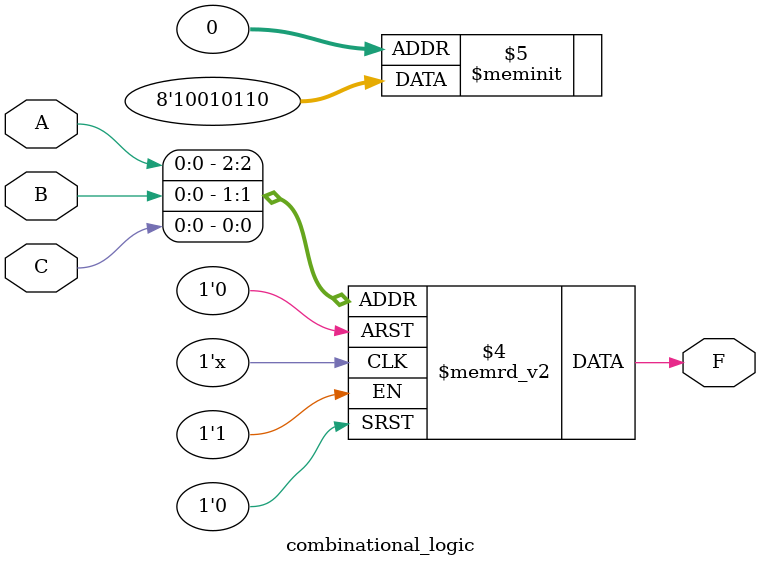
<source format=sv>
module combinational_logic (
    input logic A,
    input logic B,
    input logic C,
    output logic F
);

always @(*) begin
    case ({A, B, C})
        3'b000: F = 1'b0;
        3'b001: F = 1'b1;
        3'b010: F = 1'b1;
        3'b011: F = 1'b0;
        3'b100: F = 1'b1;
        3'b101: F = 1'b0;
        3'b110: F = 1'b0;
        3'b111: F = 1'b1;
        default: F = 1'b0;
    endcase
end

endmodule
</source>
